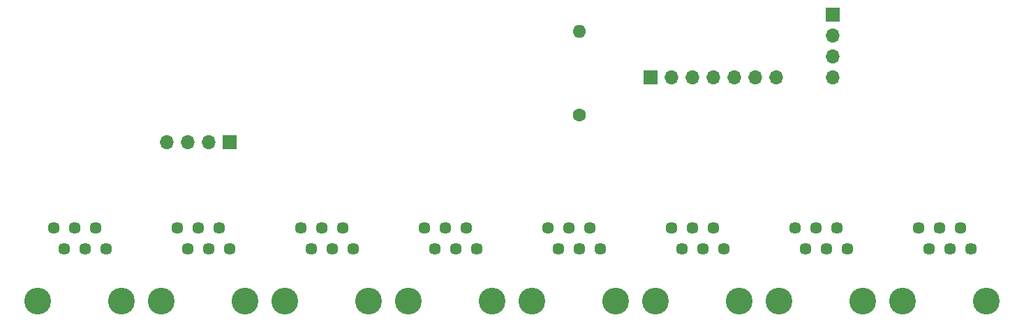
<source format=gbr>
G04 #@! TF.GenerationSoftware,KiCad,Pcbnew,(6.0.0-rc1-dev-313-g8db361882)*
G04 #@! TF.CreationDate,2018-09-01T22:17:23+02:00*
G04 #@! TF.ProjectId,Muxtemp,4D757874656D702E6B696361645F7063,rev?*
G04 #@! TF.SameCoordinates,Original*
G04 #@! TF.FileFunction,Soldermask,Top*
G04 #@! TF.FilePolarity,Negative*
%FSLAX46Y46*%
G04 Gerber Fmt 4.6, Leading zero omitted, Abs format (unit mm)*
G04 Created by KiCad (PCBNEW (6.0.0-rc1-dev-313-g8db361882)) date 09/01/18 22:17:23*
%MOMM*%
%LPD*%
G01*
G04 APERTURE LIST*
%ADD10R,1.700000X1.700000*%
%ADD11O,1.700000X1.700000*%
%ADD12C,3.250000*%
%ADD13C,1.450000*%
%ADD14C,1.600000*%
%ADD15O,1.600000X1.600000*%
G04 APERTURE END LIST*
D10*
G04 #@! TO.C,J10*
X157734000Y-85852000D03*
D11*
X160274000Y-85852000D03*
X162814000Y-85852000D03*
X165354000Y-85852000D03*
X167894000Y-85852000D03*
X170434000Y-85852000D03*
X172974000Y-85852000D03*
G04 #@! TD*
D12*
G04 #@! TO.C,J3*
X123571000Y-113030000D03*
X113411000Y-113030000D03*
D13*
X121666000Y-106680000D03*
X120396000Y-104140000D03*
X119126000Y-106680000D03*
X117856000Y-104140000D03*
X116586000Y-106680000D03*
X115316000Y-104140000D03*
G04 #@! TD*
D12*
G04 #@! TO.C,J8*
X198501000Y-113030000D03*
X188341000Y-113030000D03*
D13*
X196596000Y-106680000D03*
X195326000Y-104140000D03*
X194056000Y-106680000D03*
X192786000Y-104140000D03*
X191516000Y-106680000D03*
X190246000Y-104140000D03*
G04 #@! TD*
D11*
G04 #@! TO.C,J9*
X99060000Y-93726000D03*
X101600000Y-93726000D03*
X104140000Y-93726000D03*
D10*
X106680000Y-93726000D03*
G04 #@! TD*
G04 #@! TO.C,J11*
X179832000Y-78232000D03*
D11*
X179832000Y-80772000D03*
X179832000Y-83312000D03*
X179832000Y-85852000D03*
G04 #@! TD*
D14*
G04 #@! TO.C,R19*
X149098000Y-90424000D03*
D15*
X149098000Y-80264000D03*
G04 #@! TD*
D12*
G04 #@! TO.C,J6*
X168529000Y-113030000D03*
X158369000Y-113030000D03*
D13*
X166624000Y-106680000D03*
X165354000Y-104140000D03*
X164084000Y-106680000D03*
X162814000Y-104140000D03*
X161544000Y-106680000D03*
X160274000Y-104140000D03*
G04 #@! TD*
G04 #@! TO.C,J1*
X85344000Y-104140000D03*
X86614000Y-106680000D03*
X87884000Y-104140000D03*
X89154000Y-106680000D03*
X90424000Y-104140000D03*
X91694000Y-106680000D03*
D12*
X83439000Y-113030000D03*
X93599000Y-113030000D03*
G04 #@! TD*
D13*
G04 #@! TO.C,J4*
X130302000Y-104140000D03*
X131572000Y-106680000D03*
X132842000Y-104140000D03*
X134112000Y-106680000D03*
X135382000Y-104140000D03*
X136652000Y-106680000D03*
D12*
X128397000Y-113030000D03*
X138557000Y-113030000D03*
G04 #@! TD*
G04 #@! TO.C,J5*
X153543000Y-113030000D03*
X143383000Y-113030000D03*
D13*
X151638000Y-106680000D03*
X150368000Y-104140000D03*
X149098000Y-106680000D03*
X147828000Y-104140000D03*
X146558000Y-106680000D03*
X145288000Y-104140000D03*
G04 #@! TD*
G04 #@! TO.C,J7*
X175260000Y-104140000D03*
X176530000Y-106680000D03*
X177800000Y-104140000D03*
X179070000Y-106680000D03*
X180340000Y-104140000D03*
X181610000Y-106680000D03*
D12*
X173355000Y-113030000D03*
X183515000Y-113030000D03*
G04 #@! TD*
D13*
G04 #@! TO.C,J2*
X100330000Y-104140000D03*
X101600000Y-106680000D03*
X102870000Y-104140000D03*
X104140000Y-106680000D03*
X105410000Y-104140000D03*
X106680000Y-106680000D03*
D12*
X98425000Y-113030000D03*
X108585000Y-113030000D03*
G04 #@! TD*
M02*

</source>
